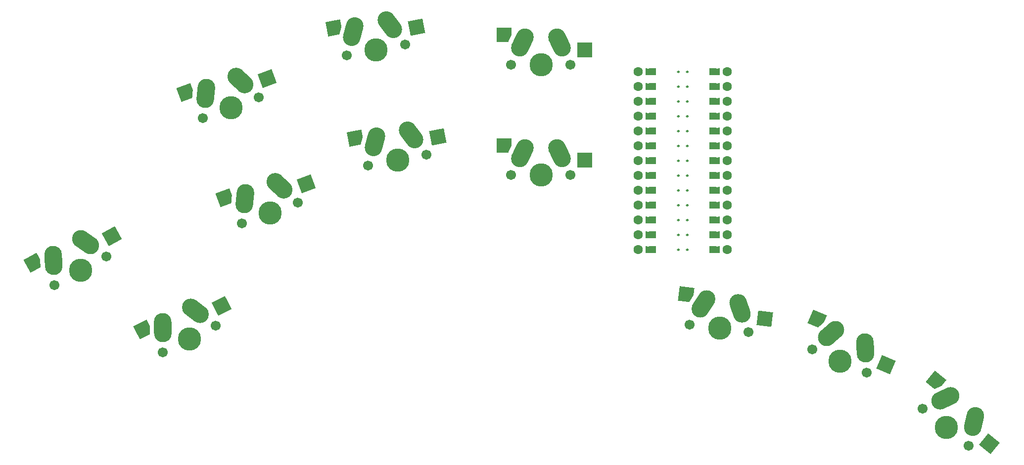
<source format=gbr>
%TF.GenerationSoftware,KiCad,Pcbnew,9.0.3*%
%TF.CreationDate,2025-08-09T00:32:57-04:00*%
%TF.ProjectId,darling,6461726c-696e-4672-9e6b-696361645f70,rev?*%
%TF.SameCoordinates,Original*%
%TF.FileFunction,Soldermask,Top*%
%TF.FilePolarity,Negative*%
%FSLAX46Y46*%
G04 Gerber Fmt 4.6, Leading zero omitted, Abs format (unit mm)*
G04 Created by KiCad (PCBNEW 9.0.3) date 2025-08-09 00:32:57*
%MOMM*%
%LPD*%
G01*
G04 APERTURE LIST*
G04 Aperture macros list*
%AMHorizOval*
0 Thick line with rounded ends*
0 $1 width*
0 $2 $3 position (X,Y) of the first rounded end (center of the circle)*
0 $4 $5 position (X,Y) of the second rounded end (center of the circle)*
0 Add line between two ends*
20,1,$1,$2,$3,$4,$5,0*
0 Add two circle primitives to create the rounded ends*
1,1,$1,$2,$3*
1,1,$1,$4,$5*%
%AMRotRect*
0 Rectangle, with rotation*
0 The origin of the aperture is its center*
0 $1 length*
0 $2 width*
0 $3 Rotation angle, in degrees counterclockwise*
0 Add horizontal line*
21,1,$1,$2,0,0,$3*%
%AMFreePoly0*
4,1,6,1.275000,-0.649999,0.685000,-1.900000,-1.275000,-1.899999,-1.275000,0.599999,1.275000,0.599999,1.275000,-0.649999,1.275000,-0.649999,$1*%
%AMFreePoly1*
4,1,6,0.600000,-0.250000,-0.600000,-0.250000,-0.600000,1.000000,0.000000,0.400000,0.600000,1.000000,0.600000,-0.250000,0.600000,-0.250000,$1*%
%AMFreePoly2*
4,1,6,0.600000,0.200000,0.000000,-0.400000,-0.600000,0.200000,-0.600000,0.400000,0.600000,0.400000,0.600000,0.200000,0.600000,0.200000,$1*%
G04 Aperture macros list end*
%ADD10C,0.100000*%
%ADD11C,0.250000*%
%ADD12C,1.701800*%
%ADD13HorizOval,3.000000X-0.258819X-0.965926X0.258819X0.965926X0*%
%ADD14C,3.987800*%
%ADD15HorizOval,3.000000X-0.601815X0.798636X0.601815X-0.798636X0*%
%ADD16FreePoly0,11.000000*%
%ADD17RotRect,2.550000X2.500000X11.000000*%
%ADD18HorizOval,3.000000X-0.098278X-0.995159X0.098278X0.995159X0*%
%ADD19HorizOval,3.000000X-0.723690X0.690125X0.723690X-0.690125X0*%
%ADD20FreePoly0,20.360000*%
%ADD21RotRect,2.550000X2.500000X20.360000*%
%ADD22HorizOval,3.000000X-0.438371X-0.898794X0.438371X0.898794X0*%
%ADD23HorizOval,3.000000X-0.438371X0.898794X0.438371X-0.898794X0*%
%ADD24FreePoly0,0.000000*%
%ADD25R,2.550000X2.500000*%
%ADD26HorizOval,3.000000X-0.544639X-0.838671X0.544639X0.838671X0*%
%ADD27HorizOval,3.000000X-0.325568X0.945519X0.325568X-0.945519X0*%
%ADD28FreePoly0,353.000000*%
%ADD29RotRect,2.550000X2.500000X353.000000*%
%ADD30HorizOval,3.000000X-0.906308X-0.422618X0.906308X0.422618X0*%
%ADD31HorizOval,3.000000X0.224951X0.974370X-0.224951X-0.974370X0*%
%ADD32FreePoly0,321.000000*%
%ADD33RotRect,2.550000X2.500000X321.000000*%
%ADD34HorizOval,3.000000X0.052336X-0.998630X-0.052336X0.998630X0*%
%ADD35HorizOval,3.000000X-0.819152X0.573576X0.819152X-0.573576X0*%
%ADD36FreePoly0,29.000000*%
%ADD37RotRect,2.550000X2.500000X29.000000*%
%ADD38HorizOval,3.000000X-0.754710X-0.656059X0.754710X0.656059X0*%
%ADD39HorizOval,3.000000X-0.052336X0.998630X0.052336X-0.998630X0*%
%ADD40FreePoly0,337.000000*%
%ADD41RotRect,2.550000X2.500000X337.000000*%
%ADD42HorizOval,3.000000X0.017452X-0.999848X-0.017452X0.999848X0*%
%ADD43HorizOval,3.000000X-0.798636X0.601815X0.798636X-0.601815X0*%
%ADD44FreePoly0,27.000000*%
%ADD45RotRect,2.550000X2.500000X27.000000*%
%ADD46FreePoly1,90.000000*%
%ADD47FreePoly1,270.000000*%
%ADD48C,1.600000*%
%ADD49FreePoly2,90.000000*%
%ADD50FreePoly2,270.000000*%
G04 APERTURE END LIST*
%TO.C,ctl1*%
D10*
X140340000Y-44288000D02*
X141356000Y-44288000D01*
X141356000Y-45304000D01*
X140340000Y-45304000D01*
X140340000Y-44288000D01*
G36*
X140340000Y-44288000D02*
G01*
X141356000Y-44288000D01*
X141356000Y-45304000D01*
X140340000Y-45304000D01*
X140340000Y-44288000D01*
G37*
X140344000Y-46831000D02*
X141360000Y-46831000D01*
X141360000Y-47847000D01*
X140344000Y-47847000D01*
X140344000Y-46831000D01*
G36*
X140344000Y-46831000D02*
G01*
X141360000Y-46831000D01*
X141360000Y-47847000D01*
X140344000Y-47847000D01*
X140344000Y-46831000D01*
G37*
X140344000Y-49371000D02*
X141360000Y-49371000D01*
X141360000Y-50387000D01*
X140344000Y-50387000D01*
X140344000Y-49371000D01*
G36*
X140344000Y-49371000D02*
G01*
X141360000Y-49371000D01*
X141360000Y-50387000D01*
X140344000Y-50387000D01*
X140344000Y-49371000D01*
G37*
X140344000Y-51911000D02*
X141360000Y-51911000D01*
X141360000Y-52927000D01*
X140344000Y-52927000D01*
X140344000Y-51911000D01*
G36*
X140344000Y-51911000D02*
G01*
X141360000Y-51911000D01*
X141360000Y-52927000D01*
X140344000Y-52927000D01*
X140344000Y-51911000D01*
G37*
X140344000Y-54451000D02*
X141360000Y-54451000D01*
X141360000Y-55467000D01*
X140344000Y-55467000D01*
X140344000Y-54451000D01*
G36*
X140344000Y-54451000D02*
G01*
X141360000Y-54451000D01*
X141360000Y-55467000D01*
X140344000Y-55467000D01*
X140344000Y-54451000D01*
G37*
X140344000Y-56991000D02*
X141360000Y-56991000D01*
X141360000Y-58007000D01*
X140344000Y-58007000D01*
X140344000Y-56991000D01*
G36*
X140344000Y-56991000D02*
G01*
X141360000Y-56991000D01*
X141360000Y-58007000D01*
X140344000Y-58007000D01*
X140344000Y-56991000D01*
G37*
X140344000Y-59531000D02*
X141360000Y-59531000D01*
X141360000Y-60547000D01*
X140344000Y-60547000D01*
X140344000Y-59531000D01*
G36*
X140344000Y-59531000D02*
G01*
X141360000Y-59531000D01*
X141360000Y-60547000D01*
X140344000Y-60547000D01*
X140344000Y-59531000D01*
G37*
X140344000Y-62071000D02*
X141360000Y-62071000D01*
X141360000Y-63087000D01*
X140344000Y-63087000D01*
X140344000Y-62071000D01*
G36*
X140344000Y-62071000D02*
G01*
X141360000Y-62071000D01*
X141360000Y-63087000D01*
X140344000Y-63087000D01*
X140344000Y-62071000D01*
G37*
X140344000Y-64611000D02*
X141360000Y-64611000D01*
X141360000Y-65627000D01*
X140344000Y-65627000D01*
X140344000Y-64611000D01*
G36*
X140344000Y-64611000D02*
G01*
X141360000Y-64611000D01*
X141360000Y-65627000D01*
X140344000Y-65627000D01*
X140344000Y-64611000D01*
G37*
X140344000Y-67151000D02*
X141360000Y-67151000D01*
X141360000Y-68167000D01*
X140344000Y-68167000D01*
X140344000Y-67151000D01*
G36*
X140344000Y-67151000D02*
G01*
X141360000Y-67151000D01*
X141360000Y-68167000D01*
X140344000Y-68167000D01*
X140344000Y-67151000D01*
G37*
X140344000Y-69691000D02*
X141360000Y-69691000D01*
X141360000Y-70707000D01*
X140344000Y-70707000D01*
X140344000Y-69691000D01*
G36*
X140344000Y-69691000D02*
G01*
X141360000Y-69691000D01*
X141360000Y-70707000D01*
X140344000Y-70707000D01*
X140344000Y-69691000D01*
G37*
X140344000Y-72231000D02*
X141360000Y-72231000D01*
X141360000Y-73247000D01*
X140344000Y-73247000D01*
X140344000Y-72231000D01*
G36*
X140344000Y-72231000D02*
G01*
X141360000Y-72231000D01*
X141360000Y-73247000D01*
X140344000Y-73247000D01*
X140344000Y-72231000D01*
G37*
X140344000Y-74771000D02*
X141360000Y-74771000D01*
X141360000Y-75787000D01*
X140344000Y-75787000D01*
X140344000Y-74771000D01*
G36*
X140344000Y-74771000D02*
G01*
X141360000Y-74771000D01*
X141360000Y-75787000D01*
X140344000Y-75787000D01*
X140344000Y-74771000D01*
G37*
X151516000Y-44288000D02*
X152532000Y-44288000D01*
X152532000Y-45304000D01*
X151516000Y-45304000D01*
X151516000Y-44288000D01*
G36*
X151516000Y-44288000D02*
G01*
X152532000Y-44288000D01*
X152532000Y-45304000D01*
X151516000Y-45304000D01*
X151516000Y-44288000D01*
G37*
X151520000Y-46831000D02*
X152536000Y-46831000D01*
X152536000Y-47847000D01*
X151520000Y-47847000D01*
X151520000Y-46831000D01*
G36*
X151520000Y-46831000D02*
G01*
X152536000Y-46831000D01*
X152536000Y-47847000D01*
X151520000Y-47847000D01*
X151520000Y-46831000D01*
G37*
X151520000Y-49371000D02*
X152536000Y-49371000D01*
X152536000Y-50387000D01*
X151520000Y-50387000D01*
X151520000Y-49371000D01*
G36*
X151520000Y-49371000D02*
G01*
X152536000Y-49371000D01*
X152536000Y-50387000D01*
X151520000Y-50387000D01*
X151520000Y-49371000D01*
G37*
X151520000Y-51911000D02*
X152536000Y-51911000D01*
X152536000Y-52927000D01*
X151520000Y-52927000D01*
X151520000Y-51911000D01*
G36*
X151520000Y-51911000D02*
G01*
X152536000Y-51911000D01*
X152536000Y-52927000D01*
X151520000Y-52927000D01*
X151520000Y-51911000D01*
G37*
X151520000Y-54451000D02*
X152536000Y-54451000D01*
X152536000Y-55467000D01*
X151520000Y-55467000D01*
X151520000Y-54451000D01*
G36*
X151520000Y-54451000D02*
G01*
X152536000Y-54451000D01*
X152536000Y-55467000D01*
X151520000Y-55467000D01*
X151520000Y-54451000D01*
G37*
X151520000Y-56991000D02*
X152536000Y-56991000D01*
X152536000Y-58007000D01*
X151520000Y-58007000D01*
X151520000Y-56991000D01*
G36*
X151520000Y-56991000D02*
G01*
X152536000Y-56991000D01*
X152536000Y-58007000D01*
X151520000Y-58007000D01*
X151520000Y-56991000D01*
G37*
X151520000Y-59531000D02*
X152536000Y-59531000D01*
X152536000Y-60547000D01*
X151520000Y-60547000D01*
X151520000Y-59531000D01*
G36*
X151520000Y-59531000D02*
G01*
X152536000Y-59531000D01*
X152536000Y-60547000D01*
X151520000Y-60547000D01*
X151520000Y-59531000D01*
G37*
X151520000Y-62071000D02*
X152536000Y-62071000D01*
X152536000Y-63087000D01*
X151520000Y-63087000D01*
X151520000Y-62071000D01*
G36*
X151520000Y-62071000D02*
G01*
X152536000Y-62071000D01*
X152536000Y-63087000D01*
X151520000Y-63087000D01*
X151520000Y-62071000D01*
G37*
X151520000Y-64611000D02*
X152536000Y-64611000D01*
X152536000Y-65627000D01*
X151520000Y-65627000D01*
X151520000Y-64611000D01*
G36*
X151520000Y-64611000D02*
G01*
X152536000Y-64611000D01*
X152536000Y-65627000D01*
X151520000Y-65627000D01*
X151520000Y-64611000D01*
G37*
X151520000Y-67151000D02*
X152536000Y-67151000D01*
X152536000Y-68167000D01*
X151520000Y-68167000D01*
X151520000Y-67151000D01*
G36*
X151520000Y-67151000D02*
G01*
X152536000Y-67151000D01*
X152536000Y-68167000D01*
X151520000Y-68167000D01*
X151520000Y-67151000D01*
G37*
X151520000Y-69691000D02*
X152536000Y-69691000D01*
X152536000Y-70707000D01*
X151520000Y-70707000D01*
X151520000Y-69691000D01*
G36*
X151520000Y-69691000D02*
G01*
X152536000Y-69691000D01*
X152536000Y-70707000D01*
X151520000Y-70707000D01*
X151520000Y-69691000D01*
G37*
X151520000Y-72231000D02*
X152536000Y-72231000D01*
X152536000Y-73247000D01*
X151520000Y-73247000D01*
X151520000Y-72231000D01*
G36*
X151520000Y-72231000D02*
G01*
X152536000Y-72231000D01*
X152536000Y-73247000D01*
X151520000Y-73247000D01*
X151520000Y-72231000D01*
G37*
X151520000Y-74771000D02*
X152536000Y-74771000D01*
X152536000Y-75787000D01*
X151520000Y-75787000D01*
X151520000Y-74771000D01*
G36*
X151520000Y-74771000D02*
G01*
X152536000Y-74771000D01*
X152536000Y-75787000D01*
X151520000Y-75787000D01*
X151520000Y-74771000D01*
G37*
D11*
X145799000Y-44796000D02*
G75*
G02*
X145549000Y-44796000I-125000J0D01*
G01*
X145549000Y-44796000D02*
G75*
G02*
X145799000Y-44796000I125000J0D01*
G01*
X145803000Y-47339000D02*
G75*
G02*
X145553000Y-47339000I-125000J0D01*
G01*
X145553000Y-47339000D02*
G75*
G02*
X145803000Y-47339000I125000J0D01*
G01*
X145803000Y-49879000D02*
G75*
G02*
X145553000Y-49879000I-125000J0D01*
G01*
X145553000Y-49879000D02*
G75*
G02*
X145803000Y-49879000I125000J0D01*
G01*
X145803000Y-52419000D02*
G75*
G02*
X145553000Y-52419000I-125000J0D01*
G01*
X145553000Y-52419000D02*
G75*
G02*
X145803000Y-52419000I125000J0D01*
G01*
X145803000Y-54959000D02*
G75*
G02*
X145553000Y-54959000I-125000J0D01*
G01*
X145553000Y-54959000D02*
G75*
G02*
X145803000Y-54959000I125000J0D01*
G01*
X145803000Y-57499000D02*
G75*
G02*
X145553000Y-57499000I-125000J0D01*
G01*
X145553000Y-57499000D02*
G75*
G02*
X145803000Y-57499000I125000J0D01*
G01*
X145803000Y-60039000D02*
G75*
G02*
X145553000Y-60039000I-125000J0D01*
G01*
X145553000Y-60039000D02*
G75*
G02*
X145803000Y-60039000I125000J0D01*
G01*
X145803000Y-62579000D02*
G75*
G02*
X145553000Y-62579000I-125000J0D01*
G01*
X145553000Y-62579000D02*
G75*
G02*
X145803000Y-62579000I125000J0D01*
G01*
X145803000Y-65119000D02*
G75*
G02*
X145553000Y-65119000I-125000J0D01*
G01*
X145553000Y-65119000D02*
G75*
G02*
X145803000Y-65119000I125000J0D01*
G01*
X145803000Y-67659000D02*
G75*
G02*
X145553000Y-67659000I-125000J0D01*
G01*
X145553000Y-67659000D02*
G75*
G02*
X145803000Y-67659000I125000J0D01*
G01*
X145803000Y-70199000D02*
G75*
G02*
X145553000Y-70199000I-125000J0D01*
G01*
X145553000Y-70199000D02*
G75*
G02*
X145803000Y-70199000I125000J0D01*
G01*
X145803000Y-72739000D02*
G75*
G02*
X145553000Y-72739000I-125000J0D01*
G01*
X145553000Y-72739000D02*
G75*
G02*
X145803000Y-72739000I125000J0D01*
G01*
X145803000Y-75279000D02*
G75*
G02*
X145553000Y-75279000I-125000J0D01*
G01*
X145553000Y-75279000D02*
G75*
G02*
X145803000Y-75279000I125000J0D01*
G01*
X147323000Y-44796000D02*
G75*
G02*
X147073000Y-44796000I-125000J0D01*
G01*
X147073000Y-44796000D02*
G75*
G02*
X147323000Y-44796000I125000J0D01*
G01*
X147327000Y-47339000D02*
G75*
G02*
X147077000Y-47339000I-125000J0D01*
G01*
X147077000Y-47339000D02*
G75*
G02*
X147327000Y-47339000I125000J0D01*
G01*
X147327000Y-49879000D02*
G75*
G02*
X147077000Y-49879000I-125000J0D01*
G01*
X147077000Y-49879000D02*
G75*
G02*
X147327000Y-49879000I125000J0D01*
G01*
X147327000Y-52419000D02*
G75*
G02*
X147077000Y-52419000I-125000J0D01*
G01*
X147077000Y-52419000D02*
G75*
G02*
X147327000Y-52419000I125000J0D01*
G01*
X147327000Y-54959000D02*
G75*
G02*
X147077000Y-54959000I-125000J0D01*
G01*
X147077000Y-54959000D02*
G75*
G02*
X147327000Y-54959000I125000J0D01*
G01*
X147327000Y-57499000D02*
G75*
G02*
X147077000Y-57499000I-125000J0D01*
G01*
X147077000Y-57499000D02*
G75*
G02*
X147327000Y-57499000I125000J0D01*
G01*
X147327000Y-60039000D02*
G75*
G02*
X147077000Y-60039000I-125000J0D01*
G01*
X147077000Y-60039000D02*
G75*
G02*
X147327000Y-60039000I125000J0D01*
G01*
X147327000Y-62579000D02*
G75*
G02*
X147077000Y-62579000I-125000J0D01*
G01*
X147077000Y-62579000D02*
G75*
G02*
X147327000Y-62579000I125000J0D01*
G01*
X147327000Y-65119000D02*
G75*
G02*
X147077000Y-65119000I-125000J0D01*
G01*
X147077000Y-65119000D02*
G75*
G02*
X147327000Y-65119000I125000J0D01*
G01*
X147327000Y-67659000D02*
G75*
G02*
X147077000Y-67659000I-125000J0D01*
G01*
X147077000Y-67659000D02*
G75*
G02*
X147327000Y-67659000I125000J0D01*
G01*
X147327000Y-70199000D02*
G75*
G02*
X147077000Y-70199000I-125000J0D01*
G01*
X147077000Y-70199000D02*
G75*
G02*
X147327000Y-70199000I125000J0D01*
G01*
X147327000Y-72739000D02*
G75*
G02*
X147077000Y-72739000I-125000J0D01*
G01*
X147077000Y-72739000D02*
G75*
G02*
X147327000Y-72739000I125000J0D01*
G01*
X147327000Y-75279000D02*
G75*
G02*
X147077000Y-75279000I-125000J0D01*
G01*
X147077000Y-75279000D02*
G75*
G02*
X147327000Y-75279000I125000J0D01*
G01*
%TD*%
D12*
%TO.C,sw3*%
X88903581Y-42014743D03*
D13*
X90043601Y-37922023D03*
D14*
X93958964Y-41032077D03*
D15*
X96276934Y-36710386D03*
D12*
X98876916Y-40076123D03*
D16*
X86622479Y-36620899D03*
D17*
X100826696Y-37109584D03*
%TD*%
D12*
%TO.C,sw5*%
X64297274Y-52708719D03*
D18*
X64756485Y-48485081D03*
D14*
X69125529Y-50916944D03*
D19*
X70709769Y-46275804D03*
D12*
X73822529Y-49173876D03*
D20*
X61169301Y-47757681D03*
D21*
X75263880Y-45929725D03*
%TD*%
D12*
%TO.C,sw2*%
X117048037Y-62498161D03*
D22*
X118948037Y-58698162D03*
D14*
X122198037Y-62498162D03*
D23*
X125298037Y-58698162D03*
D12*
X127208037Y-62498161D03*
D24*
X115838037Y-56768162D03*
D25*
X129688037Y-59958161D03*
%TD*%
D12*
%TO.C,sw9*%
X147620652Y-88110613D03*
D26*
X149969593Y-84570490D03*
D14*
X152732264Y-88738241D03*
D27*
X156272261Y-85344361D03*
D12*
X157704921Y-89348806D03*
D28*
X147117982Y-82275863D03*
D29*
X160475983Y-87129974D03*
%TD*%
D12*
%TO.C,sw11*%
X187493235Y-102500001D03*
D30*
X191361229Y-100742556D03*
D14*
X191495536Y-105741002D03*
D31*
X196296106Y-104738740D03*
D12*
X195389038Y-108893896D03*
D32*
X190158894Y-97285478D03*
D33*
X198914834Y-108480660D03*
%TD*%
D12*
%TO.C,sw7*%
X38856045Y-81328129D03*
D34*
X38675547Y-77083437D03*
D14*
X43360337Y-78831361D03*
D35*
X44229382Y-74004896D03*
D12*
X47742182Y-76402463D03*
D36*
X35019797Y-76903179D03*
D37*
X48679822Y-72978602D03*
%TD*%
D12*
%TO.C,sw10*%
X168571711Y-92372807D03*
D38*
X171805448Y-89617279D03*
D14*
X173312311Y-94385073D03*
D39*
X177650654Y-92098421D03*
D12*
X177924040Y-96342635D03*
D40*
X169696789Y-86625530D03*
D41*
X181199350Y-94973566D03*
%TD*%
D12*
%TO.C,sw8*%
X57429539Y-92896886D03*
D42*
X57397288Y-88648480D03*
D14*
X62018223Y-90558836D03*
D43*
X63055179Y-85765641D03*
D12*
X66482165Y-88284343D03*
D44*
X53750056Y-88340748D03*
D45*
X67538725Y-84895290D03*
%TD*%
D46*
%TO.C,ctl1*%
X141616000Y-62583000D03*
D47*
X151268000Y-47343000D03*
X151268000Y-49883000D03*
D46*
X141616000Y-75283000D03*
X141616000Y-72743000D03*
D47*
X151268000Y-70203000D03*
X151268000Y-57503000D03*
X151268000Y-60043000D03*
X151268000Y-62583000D03*
X151268000Y-65123000D03*
D46*
X141616000Y-60043000D03*
X141616000Y-57503000D03*
D47*
X151268000Y-67663000D03*
X151268000Y-72743000D03*
X151268000Y-75283000D03*
D46*
X141616000Y-70203000D03*
X141616000Y-67663000D03*
X141616000Y-65123000D03*
X141612000Y-44800000D03*
D47*
X151264000Y-44800000D03*
D48*
X138818000Y-44800000D03*
X138822000Y-47343000D03*
X138822000Y-49883000D03*
X138822000Y-52423000D03*
X138822000Y-54963000D03*
X138822000Y-57503000D03*
X138822000Y-60043000D03*
X138822000Y-62583000D03*
X138822000Y-65123000D03*
X138822000Y-67663000D03*
X138822000Y-70203000D03*
X138822000Y-72743000D03*
X138822000Y-75283000D03*
D49*
X140504000Y-44800000D03*
X140508000Y-47343000D03*
X140508000Y-49883000D03*
X140508000Y-52423000D03*
X140508000Y-54963000D03*
X140508000Y-57503000D03*
X140508000Y-60043000D03*
X140508000Y-62583000D03*
X140508000Y-65123000D03*
X140508000Y-67663000D03*
X140508000Y-70203000D03*
X140508000Y-72743000D03*
X140508000Y-75283000D03*
D50*
X152372000Y-44800000D03*
X152376000Y-47343000D03*
X152376000Y-49883000D03*
X152376000Y-52423000D03*
X152376000Y-54963000D03*
X152376000Y-57503000D03*
X152376000Y-60043000D03*
X152376000Y-62583000D03*
X152376000Y-65123000D03*
X152376000Y-67663000D03*
X152376000Y-70203000D03*
X152376000Y-72743000D03*
X152376000Y-75283000D03*
D48*
X154058000Y-44800000D03*
X154062000Y-47343000D03*
X154062000Y-49883000D03*
X154062000Y-52423000D03*
X154062000Y-54963000D03*
X154062000Y-57503000D03*
X154062000Y-60043000D03*
X154062000Y-62583000D03*
X154062000Y-65123000D03*
X154062000Y-67663000D03*
X154062000Y-70203000D03*
X154062000Y-72743000D03*
X154062000Y-75283000D03*
D46*
X141616000Y-49883000D03*
D47*
X151268000Y-52423000D03*
X151268000Y-54963000D03*
D46*
X141616000Y-47343000D03*
X141616000Y-52423000D03*
X141616000Y-54963000D03*
%TD*%
D12*
%TO.C,sw1*%
X117048037Y-43573161D03*
D22*
X118948037Y-39773162D03*
D14*
X122198037Y-43573162D03*
D23*
X125298037Y-39773162D03*
D12*
X127208037Y-43573161D03*
D24*
X115838037Y-37843162D03*
D25*
X129688037Y-41033161D03*
%TD*%
D12*
%TO.C,sw4*%
X92572838Y-60891433D03*
D13*
X93712858Y-56798713D03*
D14*
X97628221Y-59908767D03*
D15*
X99946191Y-55587076D03*
D12*
X102546173Y-58952813D03*
D16*
X90291736Y-55497589D03*
D17*
X104495953Y-55986274D03*
%TD*%
D12*
%TO.C,sw6*%
X70987730Y-70737328D03*
D18*
X71446941Y-66513690D03*
D14*
X75815985Y-68945553D03*
D19*
X77400225Y-64304413D03*
D12*
X80512985Y-67202485D03*
D20*
X67859757Y-65786290D03*
D21*
X81954336Y-63958334D03*
%TD*%
M02*

</source>
